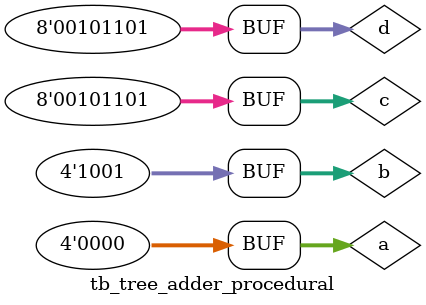
<source format=v>
`timescale 1us/1ns

module tb_tree_adder_procedural();

	//declare nets and variables
	reg [3:0] a, b;
	reg [7:0] c, d;
	wire [4:0] sum1;
	wire [8:0] sum2;
	wire [9:0] sum3;
	
	//instantiate the DUT
	tree_adder_procedural ADD(
		.a(a), 
		.b(b),
		.c(c),
		.d(d),
		.sum1(sum1),
		.sum2(sum2),
		.sum3(sum3)
	
	);
	
	//toggle sel (select line)
	initial begin
		$monitor(" a = %b, b = %b, c = %b, d = %d, sum1 = %d, sum2 = %d, sum3 = %d", a, b, c, d, sum1, sum2, sum3);
		#1;  a = 4'd0; b = 04'd3; c = 8'd1; d = 8'd255; 
		#1;  a = 4'd10; b = 04'd13; c = 8'd9; d = 8'd10; 
		#1;  a = 4'd15; b = 04'd15; c = 8'd109; d = 8'd37; 
		#1;  a = 4'd0; b = 04'd9; c = 8'd45; d = 8'd45; 
		#1;
	end
endmodule

</source>
